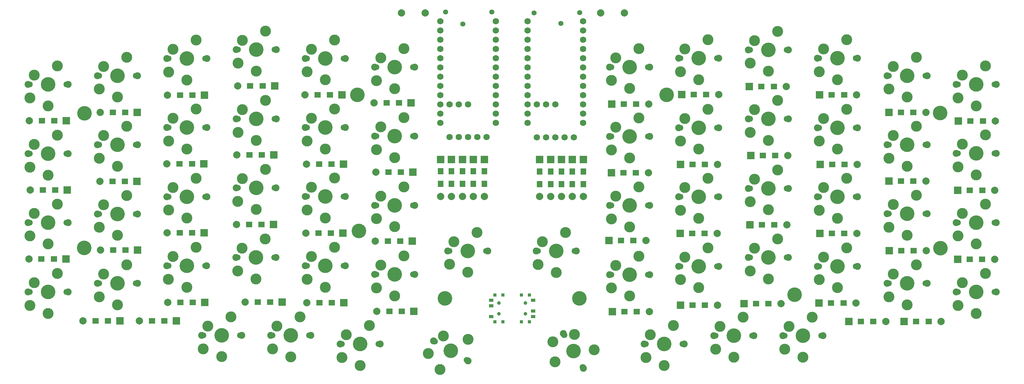
<source format=gts>
%TF.GenerationSoftware,KiCad,Pcbnew,(6.0.4)*%
%TF.CreationDate,2023-10-02T11:20:09-05:00*%
%TF.ProjectId,RunType58,52756e54-7970-4653-9538-2e6b69636164,rev?*%
%TF.SameCoordinates,Original*%
%TF.FileFunction,Soldermask,Top*%
%TF.FilePolarity,Negative*%
%FSLAX46Y46*%
G04 Gerber Fmt 4.6, Leading zero omitted, Abs format (unit mm)*
G04 Created by KiCad (PCBNEW (6.0.4)) date 2023-10-02 11:20:09*
%MOMM*%
%LPD*%
G01*
G04 APERTURE LIST*
%ADD10C,0.100000*%
%ADD11C,1.900000*%
%ADD12C,1.700000*%
%ADD13C,3.000000*%
%ADD14C,4.000000*%
%ADD15R,1.500000X1.800000*%
%ADD16R,1.998980X1.998980*%
%ADD17C,1.998980*%
%ADD18R,1.800000X1.500000*%
%ADD19C,1.752600*%
%ADD20C,1.000000*%
%ADD21R,0.900000X0.900000*%
%ADD22R,1.250000X0.900000*%
%ADD23C,2.000000*%
%ADD24C,1.397000*%
G04 APERTURE END LIST*
D10*
%TO.C,SW53*%
X31695000Y-98580000D03*
D11*
X41020000Y-101160000D03*
D12*
X30440000Y-101160000D03*
D13*
X30520000Y-104860000D03*
X35520000Y-107060000D03*
D14*
X35520000Y-101160000D03*
D13*
X31710000Y-98620000D03*
X38060000Y-96080000D03*
D11*
X30020000Y-101160000D03*
D12*
X40600000Y-101160000D03*
%TD*%
D11*
%TO.C,SW2*%
X295900000Y-44100000D03*
X284900000Y-44100000D03*
D12*
X285320000Y-44100000D03*
D13*
X290400000Y-50000000D03*
X285400000Y-47800000D03*
D12*
X295480000Y-44100000D03*
D13*
X286590000Y-41560000D03*
X292940000Y-39020000D03*
D14*
X290400000Y-44100000D03*
D10*
X286575000Y-41520000D03*
%TD*%
D15*
%TO.C,D58*%
X149317460Y-68020000D03*
D16*
X149320000Y-64720000D03*
D17*
X149320000Y-74880000D03*
D15*
X149317460Y-71420000D03*
%TD*%
%TO.C,D55*%
X152317460Y-68020000D03*
D16*
X152320000Y-64720000D03*
D15*
X152317460Y-71420000D03*
D17*
X152320000Y-74880000D03*
%TD*%
D16*
%TO.C,D57*%
X146312540Y-64720000D03*
D15*
X146310000Y-68020000D03*
X146310000Y-71420000D03*
D17*
X146312540Y-74880000D03*
%TD*%
D18*
%TO.C,D25*%
X212500000Y-104800000D03*
D16*
X209200000Y-104797460D03*
D18*
X215900000Y-104800000D03*
D17*
X219360000Y-104797460D03*
%TD*%
D19*
%TO.C,Display1*%
X145730000Y-58607312D03*
X148270000Y-58607312D03*
X150810000Y-58607312D03*
X153350000Y-58607312D03*
X155890000Y-58607312D03*
%TD*%
D20*
%TO.C,SW_POWER2*%
X159300000Y-104200000D03*
X159300000Y-107200000D03*
D21*
X160400000Y-109400000D03*
X158200000Y-109400000D03*
X158200000Y-102000000D03*
X160400000Y-102000000D03*
D22*
X157225000Y-107950000D03*
X157225000Y-104950000D03*
X157225000Y-103450000D03*
%TD*%
D18*
%TO.C,D46*%
X37100000Y-92110000D03*
D16*
X40400000Y-92112540D03*
D18*
X33700000Y-92110000D03*
D17*
X30240000Y-92112540D03*
%TD*%
D12*
%TO.C,SW25*%
X209120000Y-94100000D03*
D11*
X219700000Y-94100000D03*
D10*
X210375000Y-91520000D03*
D14*
X214200000Y-94100000D03*
D13*
X209200000Y-97800000D03*
X214200000Y-100000000D03*
X210390000Y-91560000D03*
X216740000Y-89020000D03*
D12*
X219280000Y-94100000D03*
D11*
X208700000Y-94100000D03*
%TD*%
D13*
%TO.C,SW12*%
X214200000Y-61900000D03*
X216740000Y-50920000D03*
X210390000Y-53460000D03*
D14*
X214200000Y-56000000D03*
D11*
X219700000Y-56000000D03*
D13*
X209200000Y-59700000D03*
D11*
X208700000Y-56000000D03*
D10*
X210375000Y-53420000D03*
D12*
X209120000Y-56000000D03*
X219280000Y-56000000D03*
%TD*%
D14*
%TO.C,H10*%
X240470000Y-101930000D03*
%TD*%
D16*
%TO.C,D56*%
X143302540Y-64720000D03*
D15*
X143300000Y-68020000D03*
D17*
X143302540Y-74880000D03*
D15*
X143300000Y-71420000D03*
%TD*%
D18*
%TO.C,D38*%
X113330000Y-66010000D03*
D16*
X116630000Y-66012540D03*
D18*
X109930000Y-66010000D03*
D17*
X106470000Y-66012540D03*
%TD*%
D13*
%TO.C,SW1*%
X190191208Y-43021497D03*
D14*
X195191208Y-39321497D03*
D13*
X191381208Y-36781497D03*
D11*
X189691208Y-39321497D03*
D12*
X190111208Y-39321497D03*
D11*
X200691208Y-39321497D03*
D13*
X195191208Y-45221497D03*
X197731208Y-34241497D03*
D10*
X191366208Y-36741497D03*
D12*
X200271208Y-39321497D03*
%TD*%
D13*
%TO.C,SW13*%
X290400000Y-88000000D03*
X285400000Y-85800000D03*
X286590000Y-79560000D03*
X292940000Y-77020000D03*
D12*
X295480000Y-82100000D03*
D10*
X286575000Y-79520000D03*
D12*
X285320000Y-82100000D03*
D14*
X290400000Y-82100000D03*
D11*
X284900000Y-82100000D03*
X295900000Y-82100000D03*
%TD*%
%TO.C,SW14*%
X238800000Y-72700000D03*
D13*
X228300000Y-76400000D03*
D12*
X228220000Y-72700000D03*
D14*
X233300000Y-72700000D03*
D13*
X235840000Y-67620000D03*
D11*
X227800000Y-72700000D03*
D13*
X229490000Y-70160000D03*
D12*
X238380000Y-72700000D03*
D13*
X233300000Y-78600000D03*
D10*
X229475000Y-70120000D03*
%TD*%
%TO.C,SW38*%
X107825000Y-53380000D03*
D13*
X107840000Y-53420000D03*
D11*
X117150000Y-55960000D03*
D13*
X106650000Y-59660000D03*
D12*
X116730000Y-55960000D03*
D14*
X111650000Y-55960000D03*
D12*
X106570000Y-55960000D03*
D13*
X114190000Y-50880000D03*
D11*
X106150000Y-55960000D03*
D13*
X111650000Y-61860000D03*
%TD*%
D14*
%TO.C,H5*%
X120840000Y-84370000D03*
%TD*%
D12*
%TO.C,SW26*%
X237720000Y-113200000D03*
D13*
X237800000Y-116900000D03*
D14*
X242800000Y-113200000D03*
D13*
X238990000Y-110660000D03*
X242800000Y-119100000D03*
D12*
X247880000Y-113200000D03*
D11*
X237300000Y-113200000D03*
D10*
X238975000Y-110620000D03*
D13*
X245340000Y-108120000D03*
D11*
X248300000Y-113200000D03*
%TD*%
D18*
%TO.C,D51*%
X113420000Y-104120000D03*
D16*
X116720000Y-104122540D03*
D17*
X106560000Y-104122540D03*
D18*
X110020000Y-104120000D03*
%TD*%
D16*
%TO.C,D7*%
X285340000Y-73200000D03*
D18*
X288640000Y-73202540D03*
D17*
X295500000Y-73200000D03*
D18*
X292040000Y-73202540D03*
%TD*%
D19*
%TO.C,U1*%
X167160000Y-26770453D03*
X167160000Y-29310453D03*
X167160000Y-31850453D03*
X167160000Y-34390453D03*
X167160000Y-36930453D03*
X167160000Y-39470453D03*
X167160000Y-42010453D03*
X167160000Y-44550453D03*
X167160000Y-47090453D03*
X167160000Y-49630453D03*
X167160000Y-52170453D03*
X167160000Y-54710453D03*
X182400000Y-54710453D03*
X182400000Y-52170453D03*
X182400000Y-49630453D03*
X182400000Y-47090453D03*
X182400000Y-44550453D03*
X182400000Y-42010453D03*
X182400000Y-39470453D03*
X182400000Y-36930453D03*
X182400000Y-34390453D03*
X182400000Y-31850453D03*
X182400000Y-29310453D03*
X182400000Y-26770453D03*
X169700000Y-49630453D03*
X172240000Y-49630453D03*
X174780000Y-49630453D03*
%TD*%
D18*
%TO.C,D10*%
X269700000Y-70700000D03*
D16*
X266400000Y-70697460D03*
D17*
X276560000Y-70697460D03*
D18*
X273100000Y-70700000D03*
%TD*%
D16*
%TO.C,D24*%
X190440000Y-106600000D03*
D18*
X193740000Y-106602540D03*
X197140000Y-106602540D03*
D17*
X200600000Y-106600000D03*
%TD*%
D13*
%TO.C,SW54*%
X57110000Y-93740000D03*
X50760000Y-96280000D03*
X49570000Y-102520000D03*
D14*
X54570000Y-98820000D03*
D11*
X49070000Y-98820000D03*
D10*
X50745000Y-96240000D03*
D12*
X59650000Y-98820000D03*
D13*
X54570000Y-104720000D03*
D11*
X60070000Y-98820000D03*
D12*
X49490000Y-98820000D03*
%TD*%
D10*
%TO.C,SW5*%
X267575000Y-39120000D03*
D14*
X271400000Y-41700000D03*
D13*
X267590000Y-39160000D03*
X271400000Y-47600000D03*
D12*
X276480000Y-41700000D03*
D11*
X276900000Y-41700000D03*
X265900000Y-41700000D03*
D12*
X266320000Y-41700000D03*
D13*
X266400000Y-45400000D03*
X273940000Y-36620000D03*
%TD*%
D11*
%TO.C,SW39*%
X136200000Y-58340000D03*
D10*
X126875000Y-55760000D03*
D12*
X135780000Y-58340000D03*
D13*
X125700000Y-62040000D03*
D14*
X130700000Y-58340000D03*
D13*
X130700000Y-64240000D03*
X126890000Y-55800000D03*
D12*
X125620000Y-58340000D03*
D13*
X133240000Y-53260000D03*
D11*
X125200000Y-58340000D03*
%TD*%
D15*
%TO.C,D52*%
X155317460Y-68020000D03*
D16*
X155320000Y-64720000D03*
D15*
X155317460Y-71420000D03*
D17*
X155320000Y-74880000D03*
%TD*%
D13*
%TO.C,SW57*%
X97190000Y-116800000D03*
D11*
X96690000Y-113100000D03*
D14*
X102190000Y-113100000D03*
D13*
X104730000Y-108020000D03*
D12*
X107270000Y-113100000D03*
D13*
X102190000Y-119000000D03*
D12*
X97110000Y-113100000D03*
D11*
X107690000Y-113100000D03*
D10*
X98365000Y-110520000D03*
D13*
X98380000Y-110560000D03*
%TD*%
D18*
%TO.C,D22*%
X250540000Y-104200000D03*
D16*
X247240000Y-104197460D03*
D18*
X253940000Y-104200000D03*
D17*
X257400000Y-104197460D03*
%TD*%
D16*
%TO.C,D14*%
X228240000Y-82700000D03*
D18*
X231540000Y-82702540D03*
D17*
X238400000Y-82700000D03*
D18*
X234940000Y-82702540D03*
%TD*%
D13*
%TO.C,SW48*%
X133230000Y-91290000D03*
X125690000Y-100070000D03*
X126880000Y-93830000D03*
D14*
X130690000Y-96370000D03*
D11*
X125190000Y-96370000D03*
D13*
X130690000Y-102270000D03*
D12*
X125610000Y-96370000D03*
D11*
X136190000Y-96370000D03*
D10*
X126865000Y-93790000D03*
D12*
X135770000Y-96370000D03*
%TD*%
D13*
%TO.C,SW4*%
X252300000Y-42800000D03*
D11*
X257800000Y-36900000D03*
D13*
X254840000Y-31820000D03*
D12*
X257380000Y-36900000D03*
D11*
X246800000Y-36900000D03*
D13*
X247300000Y-40600000D03*
D12*
X247220000Y-36900000D03*
D14*
X252300000Y-36900000D03*
D10*
X248475000Y-34320000D03*
D13*
X248490000Y-34360000D03*
%TD*%
D19*
%TO.C,Display2*%
X169700000Y-58630000D03*
X172240000Y-58630000D03*
X174780000Y-58630000D03*
X177320000Y-58630000D03*
X179860000Y-58630000D03*
%TD*%
D13*
%TO.C,SW32*%
X73630000Y-42880000D03*
D11*
X79130000Y-36980000D03*
D13*
X69820000Y-34440000D03*
X68630000Y-40680000D03*
D14*
X73630000Y-36980000D03*
D11*
X68130000Y-36980000D03*
D13*
X76170000Y-31900000D03*
D12*
X78710000Y-36980000D03*
X68550000Y-36980000D03*
D10*
X69805000Y-34400000D03*
%TD*%
D16*
%TO.C,D34*%
X116210000Y-46952540D03*
D18*
X112910000Y-46950000D03*
D17*
X106050000Y-46952540D03*
D18*
X109510000Y-46950000D03*
%TD*%
D11*
%TO.C,SW21*%
X238800000Y-91700000D03*
D13*
X228300000Y-95400000D03*
D12*
X238380000Y-91700000D03*
D13*
X235840000Y-86620000D03*
D10*
X229475000Y-89120000D03*
D11*
X227800000Y-91700000D03*
D13*
X233300000Y-97600000D03*
D12*
X228220000Y-91700000D03*
D13*
X229490000Y-89160000D03*
D14*
X233300000Y-91700000D03*
%TD*%
D12*
%TO.C,SW45*%
X116740000Y-74950000D03*
X106580000Y-74950000D03*
D13*
X111660000Y-80850000D03*
D11*
X117160000Y-74950000D03*
D13*
X106660000Y-78650000D03*
D10*
X107835000Y-72370000D03*
D11*
X106160000Y-74950000D03*
D13*
X114200000Y-69870000D03*
D14*
X111660000Y-74950000D03*
D13*
X107850000Y-72410000D03*
%TD*%
D18*
%TO.C,D35*%
X131910000Y-49220000D03*
D16*
X135210000Y-49222540D03*
D17*
X125050000Y-49222540D03*
D18*
X128510000Y-49220000D03*
%TD*%
D14*
%TO.C,H2*%
X280520000Y-89110000D03*
%TD*%
D16*
%TO.C,D17*%
X189500000Y-86997460D03*
D18*
X192800000Y-87000000D03*
X196200000Y-87000000D03*
D17*
X199660000Y-86997460D03*
%TD*%
D18*
%TO.C,D8*%
X231800000Y-63700000D03*
D16*
X228500000Y-63697460D03*
D18*
X235200000Y-63700000D03*
D17*
X238660000Y-63697460D03*
%TD*%
D18*
%TO.C,D33*%
X94430000Y-44550000D03*
D16*
X97730000Y-44552540D03*
D18*
X91030000Y-44550000D03*
D17*
X87570000Y-44552540D03*
%TD*%
D14*
%TO.C,SW36*%
X73610000Y-55980000D03*
D12*
X78690000Y-55980000D03*
D13*
X68610000Y-59680000D03*
X69800000Y-53440000D03*
X73610000Y-61880000D03*
D11*
X79110000Y-55980000D03*
X68110000Y-55980000D03*
D10*
X69785000Y-53400000D03*
D12*
X68530000Y-55980000D03*
D13*
X76150000Y-50900000D03*
%TD*%
D16*
%TO.C,D20*%
X270600000Y-109297460D03*
D18*
X273900000Y-109300000D03*
D17*
X280760000Y-109297460D03*
D18*
X277300000Y-109300000D03*
%TD*%
D12*
%TO.C,SW20*%
X285320000Y-101200000D03*
D13*
X286590000Y-98660000D03*
D11*
X295900000Y-101200000D03*
D13*
X285400000Y-104900000D03*
D11*
X284900000Y-101200000D03*
D12*
X295480000Y-101200000D03*
D10*
X286575000Y-98620000D03*
D13*
X290400000Y-107100000D03*
D14*
X290400000Y-101200000D03*
D13*
X292940000Y-96120000D03*
%TD*%
D23*
%TO.C,RSW2*%
X132589200Y-24440000D03*
X139089200Y-24440000D03*
%TD*%
D16*
%TO.C,D49*%
X78560000Y-104082540D03*
D18*
X75260000Y-104080000D03*
D17*
X68400000Y-104082540D03*
D18*
X71860000Y-104080000D03*
%TD*%
D12*
%TO.C,SW51*%
X116740000Y-94000000D03*
D11*
X106160000Y-94000000D03*
X117160000Y-94000000D03*
D13*
X107850000Y-91460000D03*
X106660000Y-97700000D03*
D10*
X107835000Y-91420000D03*
D13*
X114200000Y-88920000D03*
D14*
X111660000Y-94000000D03*
D12*
X106580000Y-94000000D03*
D13*
X111660000Y-99900000D03*
%TD*%
D16*
%TO.C,D47*%
X60120000Y-89682540D03*
D18*
X56820000Y-89680000D03*
X53420000Y-89680000D03*
D17*
X49960000Y-89682540D03*
%TD*%
D12*
%TO.C,SW6*%
X219268008Y-36924196D03*
D13*
X214188008Y-42824196D03*
D10*
X210363008Y-34344196D03*
D14*
X214188008Y-36924196D03*
D11*
X219688008Y-36924196D03*
D13*
X210378008Y-34384196D03*
D11*
X208688008Y-36924196D03*
D13*
X209188008Y-40624196D03*
D12*
X209108008Y-36924196D03*
D13*
X216728008Y-31844196D03*
%TD*%
D18*
%TO.C,D6*%
X212850000Y-46880000D03*
D16*
X209550000Y-46877460D03*
D17*
X219710000Y-46877460D03*
D18*
X216250000Y-46880000D03*
%TD*%
D11*
%TO.C,SW49*%
X79090000Y-94000000D03*
D12*
X68510000Y-94000000D03*
D11*
X68090000Y-94000000D03*
D14*
X73590000Y-94000000D03*
D13*
X76130000Y-88920000D03*
D10*
X69765000Y-91420000D03*
D13*
X69780000Y-91460000D03*
X68590000Y-97700000D03*
X73590000Y-99900000D03*
D12*
X78670000Y-94000000D03*
%TD*%
D16*
%TO.C,D9*%
X247500000Y-66097460D03*
D18*
X250800000Y-66100000D03*
D17*
X257660000Y-66097460D03*
D18*
X254200000Y-66100000D03*
%TD*%
D14*
%TO.C,SW23*%
X271400000Y-98800000D03*
D11*
X276900000Y-98800000D03*
D13*
X273940000Y-93720000D03*
X267590000Y-96260000D03*
D10*
X267575000Y-96220000D03*
D12*
X276480000Y-98800000D03*
X266320000Y-98800000D03*
D11*
X265900000Y-98800000D03*
D13*
X266400000Y-102500000D03*
X271400000Y-104700000D03*
%TD*%
D18*
%TO.C,D43*%
X75060000Y-84950000D03*
D16*
X78360000Y-84952540D03*
D17*
X68200000Y-84952540D03*
D18*
X71660000Y-84950000D03*
%TD*%
%TO.C,D54*%
X67440000Y-109160000D03*
D16*
X70740000Y-109162540D03*
D17*
X60580000Y-109162540D03*
D18*
X64040000Y-109160000D03*
%TD*%
D12*
%TO.C,SW10*%
X276480000Y-60700000D03*
D10*
X267575000Y-58120000D03*
D13*
X273940000Y-55620000D03*
X266400000Y-64400000D03*
X271400000Y-66600000D03*
D11*
X276900000Y-60700000D03*
D14*
X271400000Y-60700000D03*
D11*
X265900000Y-60700000D03*
D12*
X266320000Y-60700000D03*
D13*
X267590000Y-58160000D03*
%TD*%
D18*
%TO.C,D13*%
X288600000Y-92200000D03*
D16*
X285300000Y-92197460D03*
D17*
X295460000Y-92197460D03*
D18*
X292000000Y-92200000D03*
%TD*%
D14*
%TO.C,H9*%
X280430000Y-51960000D03*
%TD*%
%TO.C,SW33*%
X92650000Y-34530000D03*
D13*
X92650000Y-40430000D03*
X95190000Y-29450000D03*
D11*
X98150000Y-34530000D03*
X87150000Y-34530000D03*
D13*
X87650000Y-38230000D03*
D10*
X88825000Y-31950000D03*
D12*
X87570000Y-34530000D03*
X97730000Y-34530000D03*
D13*
X88840000Y-31990000D03*
%TD*%
D18*
%TO.C,D36*%
X75030000Y-65960000D03*
D16*
X78330000Y-65962540D03*
D18*
X71630000Y-65960000D03*
D17*
X68170000Y-65962540D03*
%TD*%
D14*
%TO.C,H7*%
X45540000Y-52020000D03*
%TD*%
D16*
%TO.C,D32*%
X78480000Y-47032540D03*
D18*
X75180000Y-47030000D03*
D17*
X68320000Y-47032540D03*
D18*
X71780000Y-47030000D03*
%TD*%
D16*
%TO.C,D44*%
X97400000Y-82632540D03*
D18*
X94100000Y-82630000D03*
D17*
X87240000Y-82632540D03*
D18*
X90700000Y-82630000D03*
%TD*%
D16*
%TO.C,D3*%
X228100000Y-44697460D03*
D18*
X231400000Y-44700000D03*
X234800000Y-44700000D03*
D17*
X238260000Y-44697460D03*
%TD*%
D14*
%TO.C,SW37*%
X92650000Y-53580000D03*
D12*
X97730000Y-53580000D03*
D13*
X95190000Y-48500000D03*
X88840000Y-51040000D03*
D12*
X87570000Y-53580000D03*
D13*
X92650000Y-59480000D03*
D10*
X88825000Y-51000000D03*
D11*
X87150000Y-53580000D03*
X98150000Y-53580000D03*
D13*
X87650000Y-57280000D03*
%TD*%
D12*
%TO.C,SW8*%
X228220000Y-53600000D03*
D13*
X235840000Y-48520000D03*
X229490000Y-51060000D03*
D14*
X233300000Y-53600000D03*
D13*
X233300000Y-59500000D03*
D12*
X238380000Y-53600000D03*
D11*
X238800000Y-53600000D03*
D10*
X229475000Y-51020000D03*
D13*
X228300000Y-57300000D03*
D11*
X227800000Y-53600000D03*
%TD*%
D18*
%TO.C,D4*%
X250700000Y-47000000D03*
D16*
X247400000Y-46997460D03*
D18*
X254100000Y-47000000D03*
D17*
X257560000Y-46997460D03*
%TD*%
D15*
%TO.C,D27*%
X176500000Y-68100000D03*
D16*
X176502540Y-64800000D03*
D17*
X176502540Y-74960000D03*
D15*
X176500000Y-71500000D03*
%TD*%
D13*
%TO.C,SW30*%
X30530000Y-47830000D03*
D11*
X30030000Y-44130000D03*
D14*
X35530000Y-44130000D03*
D13*
X31720000Y-41590000D03*
D12*
X30450000Y-44130000D03*
D11*
X41030000Y-44130000D03*
D10*
X31705000Y-41550000D03*
D13*
X38070000Y-39050000D03*
X35530000Y-50030000D03*
D12*
X40610000Y-44130000D03*
%TD*%
D15*
%TO.C,D29*%
X173500000Y-68100000D03*
D16*
X173502540Y-64800000D03*
D17*
X173502540Y-74960000D03*
D15*
X173500000Y-71500000D03*
%TD*%
D18*
%TO.C,D48*%
X132660000Y-106480000D03*
D16*
X135960000Y-106482540D03*
D18*
X129260000Y-106480000D03*
D17*
X125800000Y-106482540D03*
%TD*%
D10*
%TO.C,SW16*%
X267575000Y-77120000D03*
D13*
X267590000Y-77160000D03*
D12*
X276480000Y-79700000D03*
X266320000Y-79700000D03*
D14*
X271400000Y-79700000D03*
D11*
X276900000Y-79700000D03*
D13*
X271400000Y-85600000D03*
D11*
X265900000Y-79700000D03*
D13*
X273940000Y-74620000D03*
X266400000Y-83400000D03*
%TD*%
D14*
%TO.C,H1*%
X120420000Y-46960000D03*
%TD*%
D24*
%TO.C,BatEntry2*%
X144700000Y-24225400D03*
%TD*%
D23*
%TO.C,RSW1*%
X187250000Y-24440000D03*
X193750000Y-24440000D03*
%TD*%
D16*
%TO.C,D1*%
X190300000Y-49497460D03*
D18*
X193600000Y-49500000D03*
X197000000Y-49500000D03*
D17*
X200460000Y-49497460D03*
%TD*%
D16*
%TO.C,D19*%
X170502540Y-64800000D03*
D15*
X170500000Y-68100000D03*
X170500000Y-71500000D03*
D17*
X170502540Y-74960000D03*
%TD*%
D18*
%TO.C,D12*%
X212500000Y-66100000D03*
D16*
X209200000Y-66097460D03*
D18*
X215900000Y-66100000D03*
D17*
X219360000Y-66097460D03*
%TD*%
D18*
%TO.C,D50*%
X96480000Y-103970000D03*
D16*
X99780000Y-103972540D03*
D17*
X89620000Y-103972540D03*
D18*
X93080000Y-103970000D03*
%TD*%
D14*
%TO.C,H6*%
X144470000Y-102970000D03*
%TD*%
D13*
%TO.C,SW35*%
X133230000Y-34270000D03*
D12*
X125610000Y-39350000D03*
X135770000Y-39350000D03*
D13*
X125690000Y-43050000D03*
D11*
X125190000Y-39350000D03*
D13*
X130690000Y-45250000D03*
X126880000Y-36810000D03*
D11*
X136190000Y-39350000D03*
D14*
X130690000Y-39350000D03*
D10*
X126865000Y-36770000D03*
%TD*%
D11*
%TO.C,SW52*%
X145300000Y-89870000D03*
D13*
X146990000Y-87330000D03*
D10*
X146975000Y-87290000D03*
D13*
X145800000Y-93570000D03*
D14*
X150800000Y-89870000D03*
D12*
X155880000Y-89870000D03*
X145720000Y-89870000D03*
D13*
X153340000Y-84790000D03*
X150800000Y-95770000D03*
D11*
X156300000Y-89870000D03*
%TD*%
D13*
%TO.C,SW29*%
X174095706Y-114919873D03*
D12*
X182340000Y-121799409D03*
D13*
X185469409Y-117059705D03*
D11*
X182550000Y-122163140D03*
D13*
X174690450Y-120350000D03*
X180094705Y-112830443D03*
D11*
X177050000Y-112636860D03*
D12*
X177260000Y-113000591D03*
D10*
X180121846Y-112797453D03*
D14*
X179800000Y-117400000D03*
%TD*%
D18*
%TO.C,D2*%
X288800000Y-54200000D03*
D16*
X285500000Y-54197460D03*
D18*
X292200000Y-54200000D03*
D17*
X295660000Y-54197460D03*
%TD*%
D24*
%TO.C,Bat+2*%
X149400000Y-27466500D03*
%TD*%
D14*
%TO.C,H3*%
X181390000Y-102950000D03*
%TD*%
D13*
%TO.C,SW15*%
X252300000Y-80900000D03*
D11*
X257800000Y-75000000D03*
D12*
X247220000Y-75000000D03*
D13*
X248490000Y-72460000D03*
D12*
X257380000Y-75000000D03*
D11*
X246800000Y-75000000D03*
D10*
X248475000Y-72420000D03*
D13*
X247300000Y-78700000D03*
D14*
X252300000Y-75000000D03*
D13*
X254840000Y-69920000D03*
%TD*%
D18*
%TO.C,D21*%
X229930000Y-104350000D03*
D16*
X226630000Y-104347460D03*
D17*
X236790000Y-104347460D03*
D18*
X233330000Y-104350000D03*
%TD*%
%TO.C,D5*%
X269700000Y-51800000D03*
D16*
X266400000Y-51797460D03*
D17*
X276560000Y-51797460D03*
D18*
X273100000Y-51800000D03*
%TD*%
D24*
%TO.C,BatEntry1*%
X168946500Y-24450000D03*
%TD*%
D13*
%TO.C,SW40*%
X30530000Y-66840000D03*
X35530000Y-69040000D03*
D11*
X30030000Y-63140000D03*
D10*
X31705000Y-60560000D03*
D12*
X40610000Y-63140000D03*
D11*
X41030000Y-63140000D03*
D14*
X35530000Y-63140000D03*
D12*
X30450000Y-63140000D03*
D13*
X31720000Y-60600000D03*
X38070000Y-58060000D03*
%TD*%
D18*
%TO.C,D53*%
X51950000Y-109160000D03*
D16*
X55250000Y-109162540D03*
D17*
X45090000Y-109162540D03*
D18*
X48550000Y-109160000D03*
%TD*%
%TO.C,D23*%
X258700000Y-109300000D03*
D16*
X255400000Y-109297460D03*
D18*
X262100000Y-109300000D03*
D17*
X265560000Y-109297460D03*
%TD*%
D16*
%TO.C,D11*%
X190200000Y-68397460D03*
D18*
X193500000Y-68400000D03*
X196900000Y-68400000D03*
D17*
X200360000Y-68397460D03*
%TD*%
D11*
%TO.C,SW58*%
X115720000Y-115510000D03*
D13*
X116220000Y-119210000D03*
D10*
X117395000Y-112930000D03*
D14*
X121220000Y-115510000D03*
D12*
X116140000Y-115510000D03*
D13*
X121220000Y-121410000D03*
D12*
X126300000Y-115510000D03*
D11*
X126720000Y-115510000D03*
D13*
X117410000Y-112970000D03*
X123760000Y-110430000D03*
%TD*%
D12*
%TO.C,SW11*%
X190120000Y-58400000D03*
D13*
X191390000Y-55860000D03*
D14*
X195200000Y-58400000D03*
D10*
X191375000Y-55820000D03*
D13*
X197740000Y-53320000D03*
X190200000Y-62100000D03*
D12*
X200280000Y-58400000D03*
D11*
X200700000Y-58400000D03*
D13*
X195200000Y-64300000D03*
D11*
X189700000Y-58400000D03*
%TD*%
D10*
%TO.C,SW27*%
X200875000Y-112920000D03*
D12*
X209780000Y-115500000D03*
D13*
X204700000Y-121400000D03*
X199700000Y-119200000D03*
D12*
X199620000Y-115500000D03*
D14*
X204700000Y-115500000D03*
D13*
X200890000Y-112960000D03*
D11*
X210200000Y-115500000D03*
X199200000Y-115500000D03*
D13*
X207240000Y-110420000D03*
%TD*%
D18*
%TO.C,D31*%
X56740000Y-51800000D03*
D16*
X60040000Y-51802540D03*
D17*
X49880000Y-51802540D03*
D18*
X53340000Y-51800000D03*
%TD*%
D15*
%TO.C,D26*%
X182500000Y-68100000D03*
D16*
X182502540Y-64800000D03*
D15*
X182500000Y-71500000D03*
D17*
X182502540Y-74960000D03*
%TD*%
D13*
%TO.C,SW22*%
X252300000Y-100000000D03*
D10*
X248475000Y-91520000D03*
D13*
X254840000Y-89020000D03*
X247300000Y-97800000D03*
D12*
X257380000Y-94100000D03*
D14*
X252300000Y-94100000D03*
D13*
X248490000Y-91560000D03*
D12*
X247220000Y-94100000D03*
D11*
X257800000Y-94100000D03*
X246800000Y-94100000D03*
%TD*%
D10*
%TO.C,SW17*%
X191375000Y-74820000D03*
D12*
X200280000Y-77400000D03*
D13*
X191390000Y-74860000D03*
D14*
X195200000Y-77400000D03*
D13*
X190200000Y-81100000D03*
D12*
X190120000Y-77400000D03*
D11*
X189700000Y-77400000D03*
X200700000Y-77400000D03*
D13*
X197740000Y-72320000D03*
X195200000Y-83300000D03*
%TD*%
%TO.C,SW7*%
X292940000Y-58020000D03*
X290400000Y-69000000D03*
D11*
X295900000Y-63100000D03*
D14*
X290400000Y-63100000D03*
D13*
X286590000Y-60560000D03*
X285400000Y-66800000D03*
D12*
X285320000Y-63100000D03*
X295480000Y-63100000D03*
D11*
X284900000Y-63100000D03*
D10*
X286575000Y-60520000D03*
%TD*%
D13*
%TO.C,SW9*%
X248490000Y-53460000D03*
D11*
X246800000Y-56000000D03*
D13*
X247300000Y-59700000D03*
D10*
X248475000Y-53420000D03*
D14*
X252300000Y-56000000D03*
D13*
X254840000Y-50920000D03*
D12*
X257380000Y-56000000D03*
D13*
X252300000Y-61900000D03*
D12*
X247220000Y-56000000D03*
D11*
X257800000Y-56000000D03*
%TD*%
D18*
%TO.C,D15*%
X250740000Y-85102540D03*
D16*
X247440000Y-85100000D03*
D18*
X254140000Y-85102540D03*
D17*
X257600000Y-85100000D03*
%TD*%
D18*
%TO.C,D18*%
X212400000Y-85100000D03*
D16*
X209100000Y-85097460D03*
D18*
X215800000Y-85100000D03*
D17*
X219260000Y-85097460D03*
%TD*%
D16*
%TO.C,D28*%
X179502540Y-64800000D03*
D15*
X179500000Y-68100000D03*
X179500000Y-71500000D03*
D17*
X179502540Y-74960000D03*
%TD*%
D13*
%TO.C,SW41*%
X49560000Y-64400000D03*
D14*
X54560000Y-60700000D03*
D11*
X60060000Y-60700000D03*
X49060000Y-60700000D03*
D10*
X50735000Y-58120000D03*
D13*
X57100000Y-55620000D03*
D12*
X49480000Y-60700000D03*
D13*
X54560000Y-66600000D03*
X50750000Y-58160000D03*
D12*
X59640000Y-60700000D03*
%TD*%
D18*
%TO.C,D42*%
X132220000Y-87207460D03*
D16*
X135520000Y-87210000D03*
D18*
X128820000Y-87207460D03*
D17*
X125360000Y-87210000D03*
%TD*%
D12*
%TO.C,SW55*%
X78080000Y-113090000D03*
D14*
X83160000Y-113090000D03*
D13*
X83160000Y-118990000D03*
D11*
X77660000Y-113090000D03*
D12*
X88240000Y-113090000D03*
D10*
X79335000Y-110510000D03*
D13*
X78160000Y-116790000D03*
D11*
X88660000Y-113090000D03*
D13*
X85700000Y-108010000D03*
X79350000Y-110550000D03*
%TD*%
D20*
%TO.C,SW_POWER1*%
X166600000Y-107200000D03*
X166600000Y-104200000D03*
D21*
X165500000Y-102000000D03*
X165500000Y-109400000D03*
X167700000Y-102000000D03*
X167700000Y-109400000D03*
D22*
X168675000Y-103450000D03*
X168675000Y-106450000D03*
X168675000Y-107950000D03*
%TD*%
D12*
%TO.C,SW56*%
X150519409Y-119900000D03*
D13*
X143170000Y-122469550D03*
D14*
X146120000Y-117360000D03*
D10*
X144097453Y-113213154D03*
D13*
X144090443Y-113255295D03*
X139939873Y-118064294D03*
X150859705Y-114230591D03*
D11*
X150883140Y-120110000D03*
D12*
X141720591Y-114820000D03*
D11*
X141356860Y-114610000D03*
%TD*%
D14*
%TO.C,H4*%
X45470000Y-89040000D03*
%TD*%
D19*
%TO.C,U2*%
X143190000Y-26766750D03*
X143190000Y-29306750D03*
X143190000Y-31846750D03*
X143190000Y-34386750D03*
X143190000Y-36926750D03*
X143190000Y-39466750D03*
X143190000Y-42006750D03*
X143190000Y-44546750D03*
X143190000Y-47086750D03*
X143190000Y-49626750D03*
X143190000Y-52166750D03*
X143190000Y-54706750D03*
X158430000Y-54706750D03*
X158430000Y-52166750D03*
X158430000Y-49626750D03*
X158430000Y-47086750D03*
X158430000Y-44546750D03*
X158430000Y-42006750D03*
X158430000Y-39466750D03*
X158430000Y-36926750D03*
X158430000Y-34386750D03*
X158430000Y-31846750D03*
X158430000Y-29306750D03*
X158430000Y-26766750D03*
X145730000Y-49626750D03*
X148270000Y-49626750D03*
X150810000Y-49626750D03*
%TD*%
D16*
%TO.C,D45*%
X116450000Y-85002540D03*
D18*
X113150000Y-85000000D03*
X109750000Y-85000000D03*
D17*
X106290000Y-85002540D03*
%TD*%
D18*
%TO.C,D16*%
X269800000Y-89800000D03*
D16*
X266500000Y-89797460D03*
D17*
X276660000Y-89797460D03*
D18*
X273200000Y-89800000D03*
%TD*%
D13*
%TO.C,SW43*%
X69800000Y-72430000D03*
X73610000Y-80870000D03*
X76150000Y-69890000D03*
X68610000Y-78670000D03*
D10*
X69785000Y-72390000D03*
D12*
X78690000Y-74970000D03*
D11*
X79110000Y-74970000D03*
D12*
X68530000Y-74970000D03*
D11*
X68110000Y-74970000D03*
D14*
X73610000Y-74970000D03*
%TD*%
D18*
%TO.C,D39*%
X132380000Y-68257460D03*
D16*
X135680000Y-68260000D03*
D17*
X125520000Y-68260000D03*
D18*
X128980000Y-68257460D03*
%TD*%
%TO.C,D37*%
X94220000Y-63520000D03*
D16*
X97520000Y-63522540D03*
D18*
X90820000Y-63520000D03*
D17*
X87360000Y-63522540D03*
%TD*%
D11*
%TO.C,SW24*%
X200700000Y-96400000D03*
X189700000Y-96400000D03*
D10*
X191375000Y-93820000D03*
D13*
X190200000Y-100100000D03*
X195200000Y-102300000D03*
X197740000Y-91320000D03*
D12*
X190120000Y-96400000D03*
D13*
X191390000Y-93860000D03*
D12*
X200280000Y-96400000D03*
D14*
X195200000Y-96400000D03*
%TD*%
D18*
%TO.C,D40*%
X37450000Y-73130000D03*
D16*
X40750000Y-73132540D03*
D18*
X34050000Y-73130000D03*
D17*
X30590000Y-73132540D03*
%TD*%
D14*
%TO.C,H8*%
X205400000Y-46950000D03*
%TD*%
D10*
%TO.C,SW46*%
X31715000Y-79500000D03*
D13*
X30540000Y-85780000D03*
D14*
X35540000Y-82080000D03*
D11*
X30040000Y-82080000D03*
D12*
X30460000Y-82080000D03*
D13*
X35540000Y-87980000D03*
X31730000Y-79540000D03*
D12*
X40620000Y-82080000D03*
D11*
X41040000Y-82080000D03*
D13*
X38080000Y-77000000D03*
%TD*%
D16*
%TO.C,D41*%
X59900000Y-70782540D03*
D18*
X56600000Y-70780000D03*
D17*
X49740000Y-70782540D03*
D18*
X53200000Y-70780000D03*
%TD*%
D10*
%TO.C,SW28*%
X219975000Y-110620000D03*
D14*
X223800000Y-113200000D03*
D13*
X223800000Y-119100000D03*
X226340000Y-108120000D03*
X219990000Y-110660000D03*
D12*
X218720000Y-113200000D03*
D13*
X218800000Y-116900000D03*
D11*
X218300000Y-113200000D03*
X229300000Y-113200000D03*
D12*
X228880000Y-113200000D03*
%TD*%
D11*
%TO.C,SW50*%
X87120000Y-91670000D03*
X98120000Y-91670000D03*
D13*
X92620000Y-97570000D03*
X87620000Y-95370000D03*
X88810000Y-89130000D03*
D10*
X88795000Y-89090000D03*
D14*
X92620000Y-91670000D03*
D13*
X95160000Y-86590000D03*
D12*
X97700000Y-91670000D03*
X87540000Y-91670000D03*
%TD*%
D14*
%TO.C,SW34*%
X111660000Y-36960000D03*
D11*
X117160000Y-36960000D03*
D12*
X116740000Y-36960000D03*
D13*
X111660000Y-42860000D03*
D10*
X107835000Y-34380000D03*
D12*
X106580000Y-36960000D03*
D13*
X106660000Y-40660000D03*
X114200000Y-31880000D03*
D11*
X106160000Y-36960000D03*
D13*
X107850000Y-34420000D03*
%TD*%
D12*
%TO.C,SW3*%
X238380000Y-34600000D03*
D11*
X227800000Y-34600000D03*
D13*
X228300000Y-38300000D03*
D12*
X228220000Y-34600000D03*
D13*
X229490000Y-32060000D03*
X235840000Y-29520000D03*
X233300000Y-40500000D03*
D10*
X229475000Y-32020000D03*
D14*
X233300000Y-34600000D03*
D11*
X238800000Y-34600000D03*
%TD*%
D13*
%TO.C,SW18*%
X214200000Y-80900000D03*
D10*
X210375000Y-72420000D03*
D12*
X209120000Y-75000000D03*
D13*
X210390000Y-72460000D03*
X209200000Y-78700000D03*
D11*
X219700000Y-75000000D03*
X208700000Y-75000000D03*
D14*
X214200000Y-75000000D03*
D12*
X219280000Y-75000000D03*
D13*
X216740000Y-69920000D03*
%TD*%
D24*
%TO.C,Bat+1*%
X176350000Y-27376500D03*
%TD*%
D10*
%TO.C,SW31*%
X50765000Y-39110000D03*
D13*
X49590000Y-45390000D03*
X57130000Y-36610000D03*
D14*
X54590000Y-41690000D03*
D11*
X49090000Y-41690000D03*
D12*
X49510000Y-41690000D03*
X59670000Y-41690000D03*
D13*
X50780000Y-39150000D03*
D11*
X60090000Y-41690000D03*
D13*
X54590000Y-47590000D03*
%TD*%
%TO.C,SW19*%
X177640000Y-84820000D03*
D14*
X175100000Y-89900000D03*
D13*
X175100000Y-95800000D03*
D11*
X169600000Y-89900000D03*
D12*
X170020000Y-89900000D03*
X180180000Y-89900000D03*
D10*
X171275000Y-87320000D03*
D13*
X170100000Y-93600000D03*
D11*
X180600000Y-89900000D03*
D13*
X171290000Y-87360000D03*
%TD*%
D11*
%TO.C,SW42*%
X136200000Y-77340000D03*
D13*
X133240000Y-72260000D03*
X130700000Y-83240000D03*
D14*
X130700000Y-77340000D03*
D11*
X125200000Y-77340000D03*
D13*
X126890000Y-74800000D03*
D12*
X125620000Y-77340000D03*
D13*
X125700000Y-81040000D03*
D12*
X135780000Y-77340000D03*
D10*
X126875000Y-74760000D03*
%TD*%
D11*
%TO.C,SW44*%
X98140000Y-72580000D03*
D14*
X92640000Y-72580000D03*
D10*
X88815000Y-70000000D03*
D13*
X92640000Y-78480000D03*
D12*
X87560000Y-72580000D03*
D13*
X95180000Y-67500000D03*
X87640000Y-76280000D03*
D11*
X87140000Y-72580000D03*
D13*
X88830000Y-70040000D03*
D12*
X97720000Y-72580000D03*
%TD*%
D24*
%TO.C,BatGND2*%
X157370000Y-24220000D03*
%TD*%
D13*
%TO.C,SW47*%
X57120000Y-74650000D03*
X54580000Y-85630000D03*
D10*
X50755000Y-77150000D03*
D14*
X54580000Y-79730000D03*
D13*
X50770000Y-77190000D03*
D12*
X59660000Y-79730000D03*
D11*
X49080000Y-79730000D03*
D12*
X49500000Y-79730000D03*
D13*
X49580000Y-83430000D03*
D11*
X60080000Y-79730000D03*
%TD*%
D16*
%TO.C,D30*%
X40540000Y-54105080D03*
D18*
X37240000Y-54102540D03*
X33840000Y-54102540D03*
D17*
X30380000Y-54105080D03*
%TD*%
D24*
%TO.C,BatGND1*%
X181510000Y-24380000D03*
%TD*%
M02*

</source>
